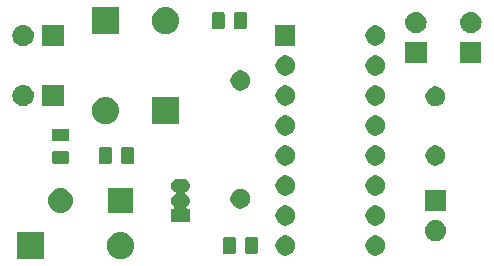
<source format=gbr>
G04 #@! TF.GenerationSoftware,KiCad,Pcbnew,6.0.0-rc1-unknown-7c960aa~66~ubuntu18.04.1*
G04 #@! TF.CreationDate,2018-10-18T20:47:30-04:00*
G04 #@! TF.ProjectId,Tach Circuit,5461636820436972637569742E6B6963,rev?*
G04 #@! TF.SameCoordinates,Original*
G04 #@! TF.FileFunction,Soldermask,Top*
G04 #@! TF.FilePolarity,Negative*
%FSLAX46Y46*%
G04 Gerber Fmt 4.6, Leading zero omitted, Abs format (unit mm)*
G04 Created by KiCad (PCBNEW 6.0.0-rc1-unknown-7c960aa~66~ubuntu18.04.1) date Thu 18 Oct 2018 08:47:30 PM EDT*
%MOMM*%
%LPD*%
G01*
G04 APERTURE LIST*
%ADD10C,0.100000*%
G04 APERTURE END LIST*
D10*
G36*
X134744180Y86234338D02*
X134845635Y86224346D01*
X135062600Y86158530D01*
X135062602Y86158529D01*
X135062605Y86158528D01*
X135262556Y86051653D01*
X135437818Y85907818D01*
X135581653Y85732556D01*
X135688528Y85532605D01*
X135688529Y85532602D01*
X135688530Y85532600D01*
X135754346Y85315635D01*
X135776569Y85090000D01*
X135754346Y84864365D01*
X135747492Y84841772D01*
X135688528Y84647395D01*
X135581653Y84447444D01*
X135437818Y84272182D01*
X135262556Y84128347D01*
X135062605Y84021472D01*
X135062602Y84021471D01*
X135062600Y84021470D01*
X134845635Y83955654D01*
X134744180Y83945662D01*
X134676545Y83939000D01*
X134563455Y83939000D01*
X134495820Y83945662D01*
X134394365Y83955654D01*
X134177400Y84021470D01*
X134177398Y84021471D01*
X134177395Y84021472D01*
X133977444Y84128347D01*
X133802182Y84272182D01*
X133658347Y84447444D01*
X133551472Y84647395D01*
X133492508Y84841772D01*
X133485654Y84864365D01*
X133463431Y85090000D01*
X133485654Y85315635D01*
X133551470Y85532600D01*
X133551471Y85532602D01*
X133551472Y85532605D01*
X133658347Y85732556D01*
X133802182Y85907818D01*
X133977444Y86051653D01*
X134177395Y86158528D01*
X134177398Y86158529D01*
X134177400Y86158530D01*
X134394365Y86224346D01*
X134495820Y86234338D01*
X134563455Y86241000D01*
X134676545Y86241000D01*
X134744180Y86234338D01*
X134744180Y86234338D01*
G37*
G36*
X128151000Y83939000D02*
X125849000Y83939000D01*
X125849000Y86241000D01*
X128151000Y86241000D01*
X128151000Y83939000D01*
X128151000Y83939000D01*
G37*
G36*
X156458228Y85908297D02*
X156613100Y85844147D01*
X156752481Y85751015D01*
X156871015Y85632481D01*
X156964147Y85493100D01*
X157028297Y85338228D01*
X157061000Y85173816D01*
X157061000Y85006184D01*
X157028297Y84841772D01*
X156964147Y84686900D01*
X156871015Y84547519D01*
X156752481Y84428985D01*
X156613100Y84335853D01*
X156458228Y84271703D01*
X156293816Y84239000D01*
X156126184Y84239000D01*
X155961772Y84271703D01*
X155806900Y84335853D01*
X155667519Y84428985D01*
X155548985Y84547519D01*
X155455853Y84686900D01*
X155391703Y84841772D01*
X155359000Y85006184D01*
X155359000Y85173816D01*
X155391703Y85338228D01*
X155455853Y85493100D01*
X155548985Y85632481D01*
X155667519Y85751015D01*
X155806900Y85844147D01*
X155961772Y85908297D01*
X156126184Y85941000D01*
X156293816Y85941000D01*
X156458228Y85908297D01*
X156458228Y85908297D01*
G37*
G36*
X148838228Y85908297D02*
X148993100Y85844147D01*
X149132481Y85751015D01*
X149251015Y85632481D01*
X149344147Y85493100D01*
X149408297Y85338228D01*
X149441000Y85173816D01*
X149441000Y85006184D01*
X149408297Y84841772D01*
X149344147Y84686900D01*
X149251015Y84547519D01*
X149132481Y84428985D01*
X148993100Y84335853D01*
X148838228Y84271703D01*
X148673816Y84239000D01*
X148506184Y84239000D01*
X148341772Y84271703D01*
X148186900Y84335853D01*
X148047519Y84428985D01*
X147928985Y84547519D01*
X147835853Y84686900D01*
X147771703Y84841772D01*
X147739000Y85006184D01*
X147739000Y85173816D01*
X147771703Y85338228D01*
X147835853Y85493100D01*
X147928985Y85632481D01*
X148047519Y85751015D01*
X148186900Y85844147D01*
X148341772Y85908297D01*
X148506184Y85941000D01*
X148673816Y85941000D01*
X148838228Y85908297D01*
X148838228Y85908297D01*
G37*
G36*
X144214466Y85836435D02*
X144253137Y85824704D01*
X144288779Y85805652D01*
X144320017Y85780017D01*
X144345652Y85748779D01*
X144364704Y85713137D01*
X144376435Y85674466D01*
X144381000Y85628112D01*
X144381000Y84551888D01*
X144376435Y84505534D01*
X144364704Y84466863D01*
X144345652Y84431221D01*
X144320017Y84399983D01*
X144288779Y84374348D01*
X144253137Y84355296D01*
X144214466Y84343565D01*
X144168112Y84339000D01*
X143516888Y84339000D01*
X143470534Y84343565D01*
X143431863Y84355296D01*
X143396221Y84374348D01*
X143364983Y84399983D01*
X143339348Y84431221D01*
X143320296Y84466863D01*
X143308565Y84505534D01*
X143304000Y84551888D01*
X143304000Y85628112D01*
X143308565Y85674466D01*
X143320296Y85713137D01*
X143339348Y85748779D01*
X143364983Y85780017D01*
X143396221Y85805652D01*
X143431863Y85824704D01*
X143470534Y85836435D01*
X143516888Y85841000D01*
X144168112Y85841000D01*
X144214466Y85836435D01*
X144214466Y85836435D01*
G37*
G36*
X146089466Y85836435D02*
X146128137Y85824704D01*
X146163779Y85805652D01*
X146195017Y85780017D01*
X146220652Y85748779D01*
X146239704Y85713137D01*
X146251435Y85674466D01*
X146256000Y85628112D01*
X146256000Y84551888D01*
X146251435Y84505534D01*
X146239704Y84466863D01*
X146220652Y84431221D01*
X146195017Y84399983D01*
X146163779Y84374348D01*
X146128137Y84355296D01*
X146089466Y84343565D01*
X146043112Y84339000D01*
X145391888Y84339000D01*
X145345534Y84343565D01*
X145306863Y84355296D01*
X145271221Y84374348D01*
X145239983Y84399983D01*
X145214348Y84431221D01*
X145195296Y84466863D01*
X145183565Y84505534D01*
X145179000Y84551888D01*
X145179000Y85628112D01*
X145183565Y85674466D01*
X145195296Y85713137D01*
X145214348Y85748779D01*
X145239983Y85780017D01*
X145271221Y85805652D01*
X145306863Y85824704D01*
X145345534Y85836435D01*
X145391888Y85841000D01*
X146043112Y85841000D01*
X146089466Y85836435D01*
X146089466Y85836435D01*
G37*
G36*
X161400442Y87254482D02*
X161466627Y87247963D01*
X161579853Y87213616D01*
X161636467Y87196443D01*
X161775087Y87122348D01*
X161792991Y87112778D01*
X161823769Y87087519D01*
X161930186Y87000186D01*
X162013448Y86898729D01*
X162042778Y86862991D01*
X162042779Y86862989D01*
X162126443Y86706467D01*
X162126443Y86706466D01*
X162177963Y86536627D01*
X162195359Y86360000D01*
X162177963Y86183373D01*
X162170426Y86158528D01*
X162126443Y86013533D01*
X162070192Y85908297D01*
X162042778Y85857009D01*
X162025893Y85836435D01*
X161930186Y85719814D01*
X161828729Y85636552D01*
X161792991Y85607222D01*
X161792989Y85607221D01*
X161636467Y85523557D01*
X161579853Y85506384D01*
X161466627Y85472037D01*
X161400442Y85465518D01*
X161334260Y85459000D01*
X161245740Y85459000D01*
X161179558Y85465518D01*
X161113373Y85472037D01*
X161000147Y85506384D01*
X160943533Y85523557D01*
X160787011Y85607221D01*
X160787009Y85607222D01*
X160751271Y85636552D01*
X160649814Y85719814D01*
X160554107Y85836435D01*
X160537222Y85857009D01*
X160509808Y85908297D01*
X160453557Y86013533D01*
X160409574Y86158528D01*
X160402037Y86183373D01*
X160384641Y86360000D01*
X160402037Y86536627D01*
X160453557Y86706466D01*
X160453557Y86706467D01*
X160537221Y86862989D01*
X160537222Y86862991D01*
X160566552Y86898729D01*
X160649814Y87000186D01*
X160756231Y87087519D01*
X160787009Y87112778D01*
X160804913Y87122348D01*
X160943533Y87196443D01*
X161000147Y87213616D01*
X161113373Y87247963D01*
X161179558Y87254482D01*
X161245740Y87261000D01*
X161334260Y87261000D01*
X161400442Y87254482D01*
X161400442Y87254482D01*
G37*
G36*
X148838228Y88448297D02*
X148993100Y88384147D01*
X149132481Y88291015D01*
X149251015Y88172481D01*
X149344147Y88033100D01*
X149408297Y87878228D01*
X149441000Y87713816D01*
X149441000Y87546184D01*
X149408297Y87381772D01*
X149344147Y87226900D01*
X149251015Y87087519D01*
X149132481Y86968985D01*
X148993100Y86875853D01*
X148838228Y86811703D01*
X148673816Y86779000D01*
X148506184Y86779000D01*
X148341772Y86811703D01*
X148186900Y86875853D01*
X148047519Y86968985D01*
X147928985Y87087519D01*
X147835853Y87226900D01*
X147771703Y87381772D01*
X147739000Y87546184D01*
X147739000Y87713816D01*
X147771703Y87878228D01*
X147835853Y88033100D01*
X147928985Y88172481D01*
X148047519Y88291015D01*
X148186900Y88384147D01*
X148341772Y88448297D01*
X148506184Y88481000D01*
X148673816Y88481000D01*
X148838228Y88448297D01*
X148838228Y88448297D01*
G37*
G36*
X156458228Y88448297D02*
X156613100Y88384147D01*
X156752481Y88291015D01*
X156871015Y88172481D01*
X156964147Y88033100D01*
X157028297Y87878228D01*
X157061000Y87713816D01*
X157061000Y87546184D01*
X157028297Y87381772D01*
X156964147Y87226900D01*
X156871015Y87087519D01*
X156752481Y86968985D01*
X156613100Y86875853D01*
X156458228Y86811703D01*
X156293816Y86779000D01*
X156126184Y86779000D01*
X155961772Y86811703D01*
X155806900Y86875853D01*
X155667519Y86968985D01*
X155548985Y87087519D01*
X155455853Y87226900D01*
X155391703Y87381772D01*
X155359000Y87546184D01*
X155359000Y87713816D01*
X155391703Y87878228D01*
X155455853Y88033100D01*
X155548985Y88172481D01*
X155667519Y88291015D01*
X155806900Y88384147D01*
X155961772Y88448297D01*
X156126184Y88481000D01*
X156293816Y88481000D01*
X156458228Y88448297D01*
X156458228Y88448297D01*
G37*
G36*
X140037916Y90737666D02*
X140146492Y90704729D01*
X140246557Y90651244D01*
X140334264Y90579264D01*
X140406244Y90491557D01*
X140459729Y90391492D01*
X140492666Y90282916D01*
X140503787Y90170000D01*
X140492666Y90057084D01*
X140459729Y89948508D01*
X140420810Y89875695D01*
X140406244Y89848443D01*
X140334264Y89760736D01*
X140246557Y89688756D01*
X140165143Y89645240D01*
X140144768Y89631627D01*
X140127441Y89614299D01*
X140113827Y89593925D01*
X140104450Y89571286D01*
X140099669Y89547253D01*
X140099669Y89522748D01*
X140104449Y89498715D01*
X140113827Y89476076D01*
X140127440Y89455701D01*
X140144768Y89438374D01*
X140165143Y89424760D01*
X140246557Y89381244D01*
X140334264Y89309264D01*
X140406244Y89221557D01*
X140459729Y89121492D01*
X140492666Y89012916D01*
X140503787Y88900000D01*
X140492666Y88787084D01*
X140459729Y88678508D01*
X140459726Y88678503D01*
X140406244Y88578443D01*
X140334264Y88490736D01*
X140257365Y88427626D01*
X140240038Y88410299D01*
X140226424Y88389924D01*
X140217046Y88367285D01*
X140212266Y88343252D01*
X140212266Y88318748D01*
X140217047Y88294714D01*
X140226424Y88272075D01*
X140240038Y88251701D01*
X140257365Y88234374D01*
X140277740Y88220760D01*
X140300379Y88211382D01*
X140336664Y88206000D01*
X140501000Y88206000D01*
X140501000Y87054000D01*
X138899000Y87054000D01*
X138899000Y88206000D01*
X139063336Y88206000D01*
X139087722Y88208402D01*
X139111171Y88215515D01*
X139132782Y88227066D01*
X139151724Y88242612D01*
X139167270Y88261554D01*
X139178821Y88283165D01*
X139185934Y88306614D01*
X139188336Y88331000D01*
X139185934Y88355386D01*
X139178821Y88378835D01*
X139167270Y88400446D01*
X139142635Y88427626D01*
X139065736Y88490736D01*
X138993756Y88578443D01*
X138940274Y88678503D01*
X138940271Y88678508D01*
X138907334Y88787084D01*
X138896213Y88900000D01*
X138907334Y89012916D01*
X138940271Y89121492D01*
X138993756Y89221557D01*
X139065736Y89309264D01*
X139153443Y89381244D01*
X139234857Y89424760D01*
X139255232Y89438373D01*
X139272559Y89455701D01*
X139286173Y89476075D01*
X139295550Y89498714D01*
X139300331Y89522747D01*
X139300331Y89547252D01*
X139295551Y89571285D01*
X139286173Y89593924D01*
X139272560Y89614299D01*
X139255232Y89631626D01*
X139234857Y89645240D01*
X139153443Y89688756D01*
X139065736Y89760736D01*
X138993756Y89848443D01*
X138979190Y89875695D01*
X138940271Y89948508D01*
X138907334Y90057084D01*
X138896213Y90170000D01*
X138907334Y90282916D01*
X138940271Y90391492D01*
X138993756Y90491557D01*
X139065736Y90579264D01*
X139153443Y90651244D01*
X139253508Y90704729D01*
X139362084Y90737666D01*
X139446702Y90746000D01*
X139953298Y90746000D01*
X140037916Y90737666D01*
X140037916Y90737666D01*
G37*
G36*
X129616932Y89948508D02*
X129746032Y89935793D01*
X129944146Y89875695D01*
X130126729Y89778103D01*
X130286765Y89646765D01*
X130418103Y89486729D01*
X130515695Y89304146D01*
X130575793Y89106032D01*
X130596085Y88900000D01*
X130575793Y88693968D01*
X130515695Y88495854D01*
X130418103Y88313271D01*
X130286765Y88153235D01*
X130126729Y88021897D01*
X129944146Y87924305D01*
X129746032Y87864207D01*
X129622510Y87852041D01*
X129591631Y87849000D01*
X129488369Y87849000D01*
X129457490Y87852041D01*
X129333968Y87864207D01*
X129135854Y87924305D01*
X128953271Y88021897D01*
X128793235Y88153235D01*
X128661897Y88313271D01*
X128564305Y88495854D01*
X128504207Y88693968D01*
X128483915Y88900000D01*
X128504207Y89106032D01*
X128564305Y89304146D01*
X128661897Y89486729D01*
X128793235Y89646765D01*
X128953271Y89778103D01*
X129135854Y89875695D01*
X129333968Y89935793D01*
X129463068Y89948508D01*
X129488369Y89951000D01*
X129591631Y89951000D01*
X129616932Y89948508D01*
X129616932Y89948508D01*
G37*
G36*
X135671000Y87849000D02*
X133569000Y87849000D01*
X133569000Y89951000D01*
X135671000Y89951000D01*
X135671000Y87849000D01*
X135671000Y87849000D01*
G37*
G36*
X162191000Y87999000D02*
X160389000Y87999000D01*
X160389000Y89801000D01*
X162191000Y89801000D01*
X162191000Y87999000D01*
X162191000Y87999000D01*
G37*
G36*
X145028228Y89878297D02*
X145183100Y89814147D01*
X145322481Y89721015D01*
X145441015Y89602481D01*
X145534147Y89463100D01*
X145598297Y89308228D01*
X145631000Y89143816D01*
X145631000Y88976184D01*
X145598297Y88811772D01*
X145534147Y88656900D01*
X145441015Y88517519D01*
X145322481Y88398985D01*
X145183100Y88305853D01*
X145028228Y88241703D01*
X144863816Y88209000D01*
X144696184Y88209000D01*
X144531772Y88241703D01*
X144376900Y88305853D01*
X144237519Y88398985D01*
X144118985Y88517519D01*
X144025853Y88656900D01*
X143961703Y88811772D01*
X143929000Y88976184D01*
X143929000Y89143816D01*
X143961703Y89308228D01*
X144025853Y89463100D01*
X144118985Y89602481D01*
X144237519Y89721015D01*
X144376900Y89814147D01*
X144531772Y89878297D01*
X144696184Y89911000D01*
X144863816Y89911000D01*
X145028228Y89878297D01*
X145028228Y89878297D01*
G37*
G36*
X156458228Y90988297D02*
X156613100Y90924147D01*
X156752481Y90831015D01*
X156871015Y90712481D01*
X156964147Y90573100D01*
X157028297Y90418228D01*
X157061000Y90253816D01*
X157061000Y90086184D01*
X157028297Y89921772D01*
X156964147Y89766900D01*
X156871015Y89627519D01*
X156752481Y89508985D01*
X156613100Y89415853D01*
X156458228Y89351703D01*
X156293816Y89319000D01*
X156126184Y89319000D01*
X155961772Y89351703D01*
X155806900Y89415853D01*
X155667519Y89508985D01*
X155548985Y89627519D01*
X155455853Y89766900D01*
X155391703Y89921772D01*
X155359000Y90086184D01*
X155359000Y90253816D01*
X155391703Y90418228D01*
X155455853Y90573100D01*
X155548985Y90712481D01*
X155667519Y90831015D01*
X155806900Y90924147D01*
X155961772Y90988297D01*
X156126184Y91021000D01*
X156293816Y91021000D01*
X156458228Y90988297D01*
X156458228Y90988297D01*
G37*
G36*
X148838228Y90988297D02*
X148993100Y90924147D01*
X149132481Y90831015D01*
X149251015Y90712481D01*
X149344147Y90573100D01*
X149408297Y90418228D01*
X149441000Y90253816D01*
X149441000Y90086184D01*
X149408297Y89921772D01*
X149344147Y89766900D01*
X149251015Y89627519D01*
X149132481Y89508985D01*
X148993100Y89415853D01*
X148838228Y89351703D01*
X148673816Y89319000D01*
X148506184Y89319000D01*
X148341772Y89351703D01*
X148186900Y89415853D01*
X148047519Y89508985D01*
X147928985Y89627519D01*
X147835853Y89766900D01*
X147771703Y89921772D01*
X147739000Y90086184D01*
X147739000Y90253816D01*
X147771703Y90418228D01*
X147835853Y90573100D01*
X147928985Y90712481D01*
X148047519Y90831015D01*
X148186900Y90924147D01*
X148341772Y90988297D01*
X148506184Y91021000D01*
X148673816Y91021000D01*
X148838228Y90988297D01*
X148838228Y90988297D01*
G37*
G36*
X161538228Y93528297D02*
X161693100Y93464147D01*
X161832481Y93371015D01*
X161951015Y93252481D01*
X162044147Y93113100D01*
X162108297Y92958228D01*
X162141000Y92793816D01*
X162141000Y92626184D01*
X162108297Y92461772D01*
X162044147Y92306900D01*
X161951015Y92167519D01*
X161832481Y92048985D01*
X161693100Y91955853D01*
X161538228Y91891703D01*
X161373816Y91859000D01*
X161206184Y91859000D01*
X161041772Y91891703D01*
X160886900Y91955853D01*
X160747519Y92048985D01*
X160628985Y92167519D01*
X160535853Y92306900D01*
X160471703Y92461772D01*
X160439000Y92626184D01*
X160439000Y92793816D01*
X160471703Y92958228D01*
X160535853Y93113100D01*
X160628985Y93252481D01*
X160747519Y93371015D01*
X160886900Y93464147D01*
X161041772Y93528297D01*
X161206184Y93561000D01*
X161373816Y93561000D01*
X161538228Y93528297D01*
X161538228Y93528297D01*
G37*
G36*
X148838228Y93528297D02*
X148993100Y93464147D01*
X149132481Y93371015D01*
X149251015Y93252481D01*
X149344147Y93113100D01*
X149408297Y92958228D01*
X149441000Y92793816D01*
X149441000Y92626184D01*
X149408297Y92461772D01*
X149344147Y92306900D01*
X149251015Y92167519D01*
X149132481Y92048985D01*
X148993100Y91955853D01*
X148838228Y91891703D01*
X148673816Y91859000D01*
X148506184Y91859000D01*
X148341772Y91891703D01*
X148186900Y91955853D01*
X148047519Y92048985D01*
X147928985Y92167519D01*
X147835853Y92306900D01*
X147771703Y92461772D01*
X147739000Y92626184D01*
X147739000Y92793816D01*
X147771703Y92958228D01*
X147835853Y93113100D01*
X147928985Y93252481D01*
X148047519Y93371015D01*
X148186900Y93464147D01*
X148341772Y93528297D01*
X148506184Y93561000D01*
X148673816Y93561000D01*
X148838228Y93528297D01*
X148838228Y93528297D01*
G37*
G36*
X156458228Y93528297D02*
X156613100Y93464147D01*
X156752481Y93371015D01*
X156871015Y93252481D01*
X156964147Y93113100D01*
X157028297Y92958228D01*
X157061000Y92793816D01*
X157061000Y92626184D01*
X157028297Y92461772D01*
X156964147Y92306900D01*
X156871015Y92167519D01*
X156752481Y92048985D01*
X156613100Y91955853D01*
X156458228Y91891703D01*
X156293816Y91859000D01*
X156126184Y91859000D01*
X155961772Y91891703D01*
X155806900Y91955853D01*
X155667519Y92048985D01*
X155548985Y92167519D01*
X155455853Y92306900D01*
X155391703Y92461772D01*
X155359000Y92626184D01*
X155359000Y92793816D01*
X155391703Y92958228D01*
X155455853Y93113100D01*
X155548985Y93252481D01*
X155667519Y93371015D01*
X155806900Y93464147D01*
X155961772Y93528297D01*
X156126184Y93561000D01*
X156293816Y93561000D01*
X156458228Y93528297D01*
X156458228Y93528297D01*
G37*
G36*
X135596966Y93456435D02*
X135635637Y93444704D01*
X135671279Y93425652D01*
X135702517Y93400017D01*
X135728152Y93368779D01*
X135747204Y93333137D01*
X135758935Y93294466D01*
X135763500Y93248112D01*
X135763500Y92171888D01*
X135758935Y92125534D01*
X135747204Y92086863D01*
X135728152Y92051221D01*
X135702517Y92019983D01*
X135671279Y91994348D01*
X135635637Y91975296D01*
X135596966Y91963565D01*
X135550612Y91959000D01*
X134899388Y91959000D01*
X134853034Y91963565D01*
X134814363Y91975296D01*
X134778721Y91994348D01*
X134747483Y92019983D01*
X134721848Y92051221D01*
X134702796Y92086863D01*
X134691065Y92125534D01*
X134686500Y92171888D01*
X134686500Y93248112D01*
X134691065Y93294466D01*
X134702796Y93333137D01*
X134721848Y93368779D01*
X134747483Y93400017D01*
X134778721Y93425652D01*
X134814363Y93444704D01*
X134853034Y93456435D01*
X134899388Y93461000D01*
X135550612Y93461000D01*
X135596966Y93456435D01*
X135596966Y93456435D01*
G37*
G36*
X133721966Y93456435D02*
X133760637Y93444704D01*
X133796279Y93425652D01*
X133827517Y93400017D01*
X133853152Y93368779D01*
X133872204Y93333137D01*
X133883935Y93294466D01*
X133888500Y93248112D01*
X133888500Y92171888D01*
X133883935Y92125534D01*
X133872204Y92086863D01*
X133853152Y92051221D01*
X133827517Y92019983D01*
X133796279Y91994348D01*
X133760637Y91975296D01*
X133721966Y91963565D01*
X133675612Y91959000D01*
X133024388Y91959000D01*
X132978034Y91963565D01*
X132939363Y91975296D01*
X132903721Y91994348D01*
X132872483Y92019983D01*
X132846848Y92051221D01*
X132827796Y92086863D01*
X132816065Y92125534D01*
X132811500Y92171888D01*
X132811500Y93248112D01*
X132816065Y93294466D01*
X132827796Y93333137D01*
X132846848Y93368779D01*
X132872483Y93400017D01*
X132903721Y93425652D01*
X132939363Y93444704D01*
X132978034Y93456435D01*
X133024388Y93461000D01*
X133675612Y93461000D01*
X133721966Y93456435D01*
X133721966Y93456435D01*
G37*
G36*
X130124466Y93096435D02*
X130163137Y93084704D01*
X130198779Y93065652D01*
X130230017Y93040017D01*
X130255652Y93008779D01*
X130274704Y92973137D01*
X130286435Y92934466D01*
X130291000Y92888112D01*
X130291000Y92236888D01*
X130286435Y92190534D01*
X130274704Y92151863D01*
X130255652Y92116221D01*
X130230017Y92084983D01*
X130198779Y92059348D01*
X130163137Y92040296D01*
X130124466Y92028565D01*
X130078112Y92024000D01*
X129001888Y92024000D01*
X128955534Y92028565D01*
X128916863Y92040296D01*
X128881221Y92059348D01*
X128849983Y92084983D01*
X128824348Y92116221D01*
X128805296Y92151863D01*
X128793565Y92190534D01*
X128789000Y92236888D01*
X128789000Y92888112D01*
X128793565Y92934466D01*
X128805296Y92973137D01*
X128824348Y93008779D01*
X128849983Y93040017D01*
X128881221Y93065652D01*
X128916863Y93084704D01*
X128955534Y93096435D01*
X129001888Y93101000D01*
X130078112Y93101000D01*
X130124466Y93096435D01*
X130124466Y93096435D01*
G37*
G36*
X130124466Y94971435D02*
X130163137Y94959704D01*
X130198779Y94940652D01*
X130230017Y94915017D01*
X130255652Y94883779D01*
X130274704Y94848137D01*
X130286435Y94809466D01*
X130291000Y94763112D01*
X130291000Y94111888D01*
X130286435Y94065534D01*
X130274704Y94026863D01*
X130255652Y93991221D01*
X130230017Y93959983D01*
X130198779Y93934348D01*
X130163137Y93915296D01*
X130124466Y93903565D01*
X130078112Y93899000D01*
X129001888Y93899000D01*
X128955534Y93903565D01*
X128916863Y93915296D01*
X128881221Y93934348D01*
X128849983Y93959983D01*
X128824348Y93991221D01*
X128805296Y94026863D01*
X128793565Y94065534D01*
X128789000Y94111888D01*
X128789000Y94763112D01*
X128793565Y94809466D01*
X128805296Y94848137D01*
X128824348Y94883779D01*
X128849983Y94915017D01*
X128881221Y94940652D01*
X128916863Y94959704D01*
X128955534Y94971435D01*
X129001888Y94976000D01*
X130078112Y94976000D01*
X130124466Y94971435D01*
X130124466Y94971435D01*
G37*
G36*
X156458228Y96068297D02*
X156613100Y96004147D01*
X156752481Y95911015D01*
X156871015Y95792481D01*
X156964147Y95653100D01*
X157028297Y95498228D01*
X157061000Y95333816D01*
X157061000Y95166184D01*
X157028297Y95001772D01*
X156964147Y94846900D01*
X156871015Y94707519D01*
X156752481Y94588985D01*
X156613100Y94495853D01*
X156458228Y94431703D01*
X156293816Y94399000D01*
X156126184Y94399000D01*
X155961772Y94431703D01*
X155806900Y94495853D01*
X155667519Y94588985D01*
X155548985Y94707519D01*
X155455853Y94846900D01*
X155391703Y95001772D01*
X155359000Y95166184D01*
X155359000Y95333816D01*
X155391703Y95498228D01*
X155455853Y95653100D01*
X155548985Y95792481D01*
X155667519Y95911015D01*
X155806900Y96004147D01*
X155961772Y96068297D01*
X156126184Y96101000D01*
X156293816Y96101000D01*
X156458228Y96068297D01*
X156458228Y96068297D01*
G37*
G36*
X148838228Y96068297D02*
X148993100Y96004147D01*
X149132481Y95911015D01*
X149251015Y95792481D01*
X149344147Y95653100D01*
X149408297Y95498228D01*
X149441000Y95333816D01*
X149441000Y95166184D01*
X149408297Y95001772D01*
X149344147Y94846900D01*
X149251015Y94707519D01*
X149132481Y94588985D01*
X148993100Y94495853D01*
X148838228Y94431703D01*
X148673816Y94399000D01*
X148506184Y94399000D01*
X148341772Y94431703D01*
X148186900Y94495853D01*
X148047519Y94588985D01*
X147928985Y94707519D01*
X147835853Y94846900D01*
X147771703Y95001772D01*
X147739000Y95166184D01*
X147739000Y95333816D01*
X147771703Y95498228D01*
X147835853Y95653100D01*
X147928985Y95792481D01*
X148047519Y95911015D01*
X148186900Y96004147D01*
X148341772Y96068297D01*
X148506184Y96101000D01*
X148673816Y96101000D01*
X148838228Y96068297D01*
X148838228Y96068297D01*
G37*
G36*
X139581000Y95369000D02*
X137279000Y95369000D01*
X137279000Y97671000D01*
X139581000Y97671000D01*
X139581000Y95369000D01*
X139581000Y95369000D01*
G37*
G36*
X133474180Y97664338D02*
X133575635Y97654346D01*
X133792600Y97588530D01*
X133792602Y97588529D01*
X133792605Y97588528D01*
X133992556Y97481653D01*
X134167818Y97337818D01*
X134311653Y97162556D01*
X134418528Y96962605D01*
X134418529Y96962602D01*
X134418530Y96962600D01*
X134484346Y96745635D01*
X134506569Y96520000D01*
X134484346Y96294365D01*
X134418530Y96077400D01*
X134418528Y96077395D01*
X134311653Y95877444D01*
X134167818Y95702182D01*
X133992556Y95558347D01*
X133792605Y95451472D01*
X133792602Y95451471D01*
X133792600Y95451470D01*
X133575635Y95385654D01*
X133474180Y95375662D01*
X133406545Y95369000D01*
X133293455Y95369000D01*
X133225820Y95375662D01*
X133124365Y95385654D01*
X132907400Y95451470D01*
X132907398Y95451471D01*
X132907395Y95451472D01*
X132707444Y95558347D01*
X132532182Y95702182D01*
X132388347Y95877444D01*
X132281472Y96077395D01*
X132281470Y96077400D01*
X132215654Y96294365D01*
X132193431Y96520000D01*
X132215654Y96745635D01*
X132281470Y96962600D01*
X132281471Y96962602D01*
X132281472Y96962605D01*
X132388347Y97162556D01*
X132532182Y97337818D01*
X132707444Y97481653D01*
X132907395Y97588528D01*
X132907398Y97588529D01*
X132907400Y97588530D01*
X133124365Y97654346D01*
X133225820Y97664338D01*
X133293455Y97671000D01*
X133406545Y97671000D01*
X133474180Y97664338D01*
X133474180Y97664338D01*
G37*
G36*
X161538228Y98528297D02*
X161693100Y98464147D01*
X161832481Y98371015D01*
X161951015Y98252481D01*
X162044147Y98113100D01*
X162108297Y97958228D01*
X162141000Y97793816D01*
X162141000Y97626184D01*
X162108297Y97461772D01*
X162044147Y97306900D01*
X161951015Y97167519D01*
X161832481Y97048985D01*
X161693100Y96955853D01*
X161538228Y96891703D01*
X161373816Y96859000D01*
X161206184Y96859000D01*
X161041772Y96891703D01*
X160886900Y96955853D01*
X160747519Y97048985D01*
X160628985Y97167519D01*
X160535853Y97306900D01*
X160471703Y97461772D01*
X160439000Y97626184D01*
X160439000Y97793816D01*
X160471703Y97958228D01*
X160535853Y98113100D01*
X160628985Y98252481D01*
X160747519Y98371015D01*
X160886900Y98464147D01*
X161041772Y98528297D01*
X161206184Y98561000D01*
X161373816Y98561000D01*
X161538228Y98528297D01*
X161538228Y98528297D01*
G37*
G36*
X129816061Y96889000D02*
X128014061Y96889000D01*
X128014061Y98691000D01*
X129816061Y98691000D01*
X129816061Y96889000D01*
X129816061Y96889000D01*
G37*
G36*
X126485503Y98684482D02*
X126551688Y98677963D01*
X126664914Y98643616D01*
X126721528Y98626443D01*
X126843961Y98561000D01*
X126878052Y98542778D01*
X126895697Y98528297D01*
X127015247Y98430186D01*
X127063807Y98371014D01*
X127127839Y98292991D01*
X127127840Y98292989D01*
X127211504Y98136467D01*
X127211504Y98136466D01*
X127263024Y97966627D01*
X127280420Y97790000D01*
X127263024Y97613373D01*
X127255487Y97588528D01*
X127211504Y97443533D01*
X127154997Y97337818D01*
X127127839Y97287009D01*
X127098509Y97251271D01*
X127015247Y97149814D01*
X126913790Y97066552D01*
X126878052Y97037222D01*
X126878050Y97037221D01*
X126721528Y96953557D01*
X126673539Y96939000D01*
X126551688Y96902037D01*
X126485503Y96895518D01*
X126419321Y96889000D01*
X126330801Y96889000D01*
X126264619Y96895518D01*
X126198434Y96902037D01*
X126076583Y96939000D01*
X126028594Y96953557D01*
X125872072Y97037221D01*
X125872070Y97037222D01*
X125836332Y97066552D01*
X125734875Y97149814D01*
X125651613Y97251271D01*
X125622283Y97287009D01*
X125595125Y97337818D01*
X125538618Y97443533D01*
X125494635Y97588528D01*
X125487098Y97613373D01*
X125469702Y97790000D01*
X125487098Y97966627D01*
X125538618Y98136466D01*
X125538618Y98136467D01*
X125622282Y98292989D01*
X125622283Y98292991D01*
X125686315Y98371014D01*
X125734875Y98430186D01*
X125854425Y98528297D01*
X125872070Y98542778D01*
X125906161Y98561000D01*
X126028594Y98626443D01*
X126085208Y98643616D01*
X126198434Y98677963D01*
X126264619Y98684482D01*
X126330801Y98691000D01*
X126419321Y98691000D01*
X126485503Y98684482D01*
X126485503Y98684482D01*
G37*
G36*
X148838228Y98608297D02*
X148993100Y98544147D01*
X149132481Y98451015D01*
X149251015Y98332481D01*
X149344147Y98193100D01*
X149408297Y98038228D01*
X149441000Y97873816D01*
X149441000Y97706184D01*
X149408297Y97541772D01*
X149344147Y97386900D01*
X149251015Y97247519D01*
X149132481Y97128985D01*
X148993100Y97035853D01*
X148838228Y96971703D01*
X148673816Y96939000D01*
X148506184Y96939000D01*
X148341772Y96971703D01*
X148186900Y97035853D01*
X148047519Y97128985D01*
X147928985Y97247519D01*
X147835853Y97386900D01*
X147771703Y97541772D01*
X147739000Y97706184D01*
X147739000Y97873816D01*
X147771703Y98038228D01*
X147835853Y98193100D01*
X147928985Y98332481D01*
X148047519Y98451015D01*
X148186900Y98544147D01*
X148341772Y98608297D01*
X148506184Y98641000D01*
X148673816Y98641000D01*
X148838228Y98608297D01*
X148838228Y98608297D01*
G37*
G36*
X156458228Y98608297D02*
X156613100Y98544147D01*
X156752481Y98451015D01*
X156871015Y98332481D01*
X156964147Y98193100D01*
X157028297Y98038228D01*
X157061000Y97873816D01*
X157061000Y97706184D01*
X157028297Y97541772D01*
X156964147Y97386900D01*
X156871015Y97247519D01*
X156752481Y97128985D01*
X156613100Y97035853D01*
X156458228Y96971703D01*
X156293816Y96939000D01*
X156126184Y96939000D01*
X155961772Y96971703D01*
X155806900Y97035853D01*
X155667519Y97128985D01*
X155548985Y97247519D01*
X155455853Y97386900D01*
X155391703Y97541772D01*
X155359000Y97706184D01*
X155359000Y97873816D01*
X155391703Y98038228D01*
X155455853Y98193100D01*
X155548985Y98332481D01*
X155667519Y98451015D01*
X155806900Y98544147D01*
X155961772Y98608297D01*
X156126184Y98641000D01*
X156293816Y98641000D01*
X156458228Y98608297D01*
X156458228Y98608297D01*
G37*
G36*
X145028228Y99878297D02*
X145183100Y99814147D01*
X145322481Y99721015D01*
X145441015Y99602481D01*
X145534147Y99463100D01*
X145598297Y99308228D01*
X145631000Y99143816D01*
X145631000Y98976184D01*
X145598297Y98811772D01*
X145534147Y98656900D01*
X145441015Y98517519D01*
X145322481Y98398985D01*
X145183100Y98305853D01*
X145028228Y98241703D01*
X144863816Y98209000D01*
X144696184Y98209000D01*
X144531772Y98241703D01*
X144376900Y98305853D01*
X144237519Y98398985D01*
X144118985Y98517519D01*
X144025853Y98656900D01*
X143961703Y98811772D01*
X143929000Y98976184D01*
X143929000Y99143816D01*
X143961703Y99308228D01*
X144025853Y99463100D01*
X144118985Y99602481D01*
X144237519Y99721015D01*
X144376900Y99814147D01*
X144531772Y99878297D01*
X144696184Y99911000D01*
X144863816Y99911000D01*
X145028228Y99878297D01*
X145028228Y99878297D01*
G37*
G36*
X156458228Y101148297D02*
X156613100Y101084147D01*
X156752481Y100991015D01*
X156871015Y100872481D01*
X156964147Y100733100D01*
X157028297Y100578228D01*
X157061000Y100413816D01*
X157061000Y100246184D01*
X157028297Y100081772D01*
X156964147Y99926900D01*
X156871015Y99787519D01*
X156752481Y99668985D01*
X156613100Y99575853D01*
X156458228Y99511703D01*
X156293816Y99479000D01*
X156126184Y99479000D01*
X155961772Y99511703D01*
X155806900Y99575853D01*
X155667519Y99668985D01*
X155548985Y99787519D01*
X155455853Y99926900D01*
X155391703Y100081772D01*
X155359000Y100246184D01*
X155359000Y100413816D01*
X155391703Y100578228D01*
X155455853Y100733100D01*
X155548985Y100872481D01*
X155667519Y100991015D01*
X155806900Y101084147D01*
X155961772Y101148297D01*
X156126184Y101181000D01*
X156293816Y101181000D01*
X156458228Y101148297D01*
X156458228Y101148297D01*
G37*
G36*
X148838228Y101148297D02*
X148993100Y101084147D01*
X149132481Y100991015D01*
X149251015Y100872481D01*
X149344147Y100733100D01*
X149408297Y100578228D01*
X149441000Y100413816D01*
X149441000Y100246184D01*
X149408297Y100081772D01*
X149344147Y99926900D01*
X149251015Y99787519D01*
X149132481Y99668985D01*
X148993100Y99575853D01*
X148838228Y99511703D01*
X148673816Y99479000D01*
X148506184Y99479000D01*
X148341772Y99511703D01*
X148186900Y99575853D01*
X148047519Y99668985D01*
X147928985Y99787519D01*
X147835853Y99926900D01*
X147771703Y100081772D01*
X147739000Y100246184D01*
X147739000Y100413816D01*
X147771703Y100578228D01*
X147835853Y100733100D01*
X147928985Y100872481D01*
X148047519Y100991015D01*
X148186900Y101084147D01*
X148341772Y101148297D01*
X148506184Y101181000D01*
X148673816Y101181000D01*
X148838228Y101148297D01*
X148838228Y101148297D01*
G37*
G36*
X165187385Y100532263D02*
X163385385Y100532263D01*
X163385385Y102334263D01*
X165187385Y102334263D01*
X165187385Y100532263D01*
X165187385Y100532263D01*
G37*
G36*
X160537385Y100532263D02*
X158735385Y100532263D01*
X158735385Y102334263D01*
X160537385Y102334263D01*
X160537385Y100532263D01*
X160537385Y100532263D01*
G37*
G36*
X129816061Y101969000D02*
X128014061Y101969000D01*
X128014061Y103771000D01*
X129816061Y103771000D01*
X129816061Y101969000D01*
X129816061Y101969000D01*
G37*
G36*
X126485504Y103764481D02*
X126551688Y103757963D01*
X126664914Y103723616D01*
X126721528Y103706443D01*
X126811689Y103658250D01*
X126878052Y103622778D01*
X126903506Y103601888D01*
X127015247Y103510186D01*
X127085691Y103424348D01*
X127127839Y103372991D01*
X127127840Y103372989D01*
X127211504Y103216467D01*
X127211504Y103216466D01*
X127263024Y103046627D01*
X127280420Y102870000D01*
X127263024Y102693373D01*
X127241304Y102621772D01*
X127211504Y102523533D01*
X127137409Y102384913D01*
X127127839Y102367009D01*
X127100965Y102334263D01*
X127015247Y102229814D01*
X126913790Y102146552D01*
X126878052Y102117222D01*
X126878050Y102117221D01*
X126721528Y102033557D01*
X126673539Y102019000D01*
X126551688Y101982037D01*
X126485503Y101975518D01*
X126419321Y101969000D01*
X126330801Y101969000D01*
X126264619Y101975518D01*
X126198434Y101982037D01*
X126076583Y102019000D01*
X126028594Y102033557D01*
X125872072Y102117221D01*
X125872070Y102117222D01*
X125836332Y102146552D01*
X125734875Y102229814D01*
X125649157Y102334263D01*
X125622283Y102367009D01*
X125612713Y102384913D01*
X125538618Y102523533D01*
X125508818Y102621772D01*
X125487098Y102693373D01*
X125469702Y102870000D01*
X125487098Y103046627D01*
X125538618Y103216466D01*
X125538618Y103216467D01*
X125622282Y103372989D01*
X125622283Y103372991D01*
X125664431Y103424348D01*
X125734875Y103510186D01*
X125846616Y103601888D01*
X125872070Y103622778D01*
X125938433Y103658250D01*
X126028594Y103706443D01*
X126085208Y103723616D01*
X126198434Y103757963D01*
X126264618Y103764481D01*
X126330801Y103771000D01*
X126419321Y103771000D01*
X126485504Y103764481D01*
X126485504Y103764481D01*
G37*
G36*
X156458228Y103688297D02*
X156613100Y103624147D01*
X156752481Y103531015D01*
X156871015Y103412481D01*
X156964147Y103273100D01*
X157028297Y103118228D01*
X157061000Y102953816D01*
X157061000Y102786184D01*
X157028297Y102621772D01*
X156964147Y102466900D01*
X156871015Y102327519D01*
X156752481Y102208985D01*
X156613100Y102115853D01*
X156458228Y102051703D01*
X156293816Y102019000D01*
X156126184Y102019000D01*
X155961772Y102051703D01*
X155806900Y102115853D01*
X155667519Y102208985D01*
X155548985Y102327519D01*
X155455853Y102466900D01*
X155391703Y102621772D01*
X155359000Y102786184D01*
X155359000Y102953816D01*
X155391703Y103118228D01*
X155455853Y103273100D01*
X155548985Y103412481D01*
X155667519Y103531015D01*
X155806900Y103624147D01*
X155961772Y103688297D01*
X156126184Y103721000D01*
X156293816Y103721000D01*
X156458228Y103688297D01*
X156458228Y103688297D01*
G37*
G36*
X149441000Y102019000D02*
X147739000Y102019000D01*
X147739000Y103721000D01*
X149441000Y103721000D01*
X149441000Y102019000D01*
X149441000Y102019000D01*
G37*
G36*
X138554180Y105284338D02*
X138655635Y105274346D01*
X138872600Y105208530D01*
X138872602Y105208529D01*
X138872605Y105208528D01*
X139072556Y105101653D01*
X139247818Y104957818D01*
X139391653Y104782556D01*
X139498528Y104582605D01*
X139498529Y104582602D01*
X139498530Y104582600D01*
X139564346Y104365635D01*
X139586569Y104140000D01*
X139564346Y103914365D01*
X139501273Y103706443D01*
X139498528Y103697395D01*
X139391653Y103497444D01*
X139247818Y103322182D01*
X139072556Y103178347D01*
X138872605Y103071472D01*
X138872602Y103071471D01*
X138872600Y103071470D01*
X138655635Y103005654D01*
X138554180Y102995662D01*
X138486545Y102989000D01*
X138373455Y102989000D01*
X138305820Y102995662D01*
X138204365Y103005654D01*
X137987400Y103071470D01*
X137987398Y103071471D01*
X137987395Y103071472D01*
X137787444Y103178347D01*
X137612182Y103322182D01*
X137468347Y103497444D01*
X137361472Y103697395D01*
X137358727Y103706443D01*
X137295654Y103914365D01*
X137273431Y104140000D01*
X137295654Y104365635D01*
X137361470Y104582600D01*
X137361471Y104582602D01*
X137361472Y104582605D01*
X137468347Y104782556D01*
X137612182Y104957818D01*
X137787444Y105101653D01*
X137987395Y105208528D01*
X137987398Y105208529D01*
X137987400Y105208530D01*
X138204365Y105274346D01*
X138305820Y105284338D01*
X138373455Y105291000D01*
X138486545Y105291000D01*
X138554180Y105284338D01*
X138554180Y105284338D01*
G37*
G36*
X134501000Y102989000D02*
X132199000Y102989000D01*
X132199000Y105291000D01*
X134501000Y105291000D01*
X134501000Y102989000D01*
X134501000Y102989000D01*
G37*
G36*
X159746828Y104867744D02*
X159813012Y104861226D01*
X159915894Y104830017D01*
X159982852Y104809706D01*
X160033645Y104782556D01*
X160139376Y104726041D01*
X160175114Y104696711D01*
X160276571Y104613449D01*
X160359833Y104511992D01*
X160389163Y104476254D01*
X160389164Y104476252D01*
X160472828Y104319730D01*
X160472828Y104319729D01*
X160524348Y104149890D01*
X160541744Y103973263D01*
X160524348Y103796636D01*
X160501404Y103721000D01*
X160472828Y103626796D01*
X160459514Y103601888D01*
X160389163Y103470272D01*
X160387184Y103467861D01*
X160276571Y103333077D01*
X160175114Y103249815D01*
X160139376Y103220485D01*
X160139374Y103220484D01*
X159982852Y103136820D01*
X159926238Y103119647D01*
X159813012Y103085300D01*
X159746828Y103078782D01*
X159680645Y103072263D01*
X159592125Y103072263D01*
X159525942Y103078782D01*
X159459758Y103085300D01*
X159346532Y103119647D01*
X159289918Y103136820D01*
X159133396Y103220484D01*
X159133394Y103220485D01*
X159097656Y103249815D01*
X158996199Y103333077D01*
X158885586Y103467861D01*
X158883607Y103470272D01*
X158813256Y103601888D01*
X158799942Y103626796D01*
X158771366Y103721000D01*
X158748422Y103796636D01*
X158731026Y103973263D01*
X158748422Y104149890D01*
X158799942Y104319729D01*
X158799942Y104319730D01*
X158883606Y104476252D01*
X158883607Y104476254D01*
X158912937Y104511992D01*
X158996199Y104613449D01*
X159097656Y104696711D01*
X159133394Y104726041D01*
X159239125Y104782556D01*
X159289918Y104809706D01*
X159356876Y104830017D01*
X159459758Y104861226D01*
X159525942Y104867744D01*
X159592125Y104874263D01*
X159680645Y104874263D01*
X159746828Y104867744D01*
X159746828Y104867744D01*
G37*
G36*
X164396828Y104867744D02*
X164463012Y104861226D01*
X164565894Y104830017D01*
X164632852Y104809706D01*
X164683645Y104782556D01*
X164789376Y104726041D01*
X164825114Y104696711D01*
X164926571Y104613449D01*
X165009833Y104511992D01*
X165039163Y104476254D01*
X165039164Y104476252D01*
X165122828Y104319730D01*
X165122828Y104319729D01*
X165174348Y104149890D01*
X165191744Y103973263D01*
X165174348Y103796636D01*
X165151404Y103721000D01*
X165122828Y103626796D01*
X165109514Y103601888D01*
X165039163Y103470272D01*
X165037184Y103467861D01*
X164926571Y103333077D01*
X164825114Y103249815D01*
X164789376Y103220485D01*
X164789374Y103220484D01*
X164632852Y103136820D01*
X164576238Y103119647D01*
X164463012Y103085300D01*
X164396828Y103078782D01*
X164330645Y103072263D01*
X164242125Y103072263D01*
X164175942Y103078782D01*
X164109758Y103085300D01*
X163996532Y103119647D01*
X163939918Y103136820D01*
X163783396Y103220484D01*
X163783394Y103220485D01*
X163747656Y103249815D01*
X163646199Y103333077D01*
X163535586Y103467861D01*
X163533607Y103470272D01*
X163463256Y103601888D01*
X163449942Y103626796D01*
X163421366Y103721000D01*
X163398422Y103796636D01*
X163381026Y103973263D01*
X163398422Y104149890D01*
X163449942Y104319729D01*
X163449942Y104319730D01*
X163533606Y104476252D01*
X163533607Y104476254D01*
X163562937Y104511992D01*
X163646199Y104613449D01*
X163747656Y104696711D01*
X163783394Y104726041D01*
X163889125Y104782556D01*
X163939918Y104809706D01*
X164006876Y104830017D01*
X164109758Y104861226D01*
X164175942Y104867744D01*
X164242125Y104874263D01*
X164330645Y104874263D01*
X164396828Y104867744D01*
X164396828Y104867744D01*
G37*
G36*
X145151966Y104886435D02*
X145190637Y104874704D01*
X145226279Y104855652D01*
X145257517Y104830017D01*
X145283152Y104798779D01*
X145302204Y104763137D01*
X145313935Y104724466D01*
X145318500Y104678112D01*
X145318500Y103601888D01*
X145313935Y103555534D01*
X145302204Y103516863D01*
X145283152Y103481221D01*
X145257517Y103449983D01*
X145226279Y103424348D01*
X145190637Y103405296D01*
X145151966Y103393565D01*
X145105612Y103389000D01*
X144454388Y103389000D01*
X144408034Y103393565D01*
X144369363Y103405296D01*
X144333721Y103424348D01*
X144302483Y103449983D01*
X144276848Y103481221D01*
X144257796Y103516863D01*
X144246065Y103555534D01*
X144241500Y103601888D01*
X144241500Y104678112D01*
X144246065Y104724466D01*
X144257796Y104763137D01*
X144276848Y104798779D01*
X144302483Y104830017D01*
X144333721Y104855652D01*
X144369363Y104874704D01*
X144408034Y104886435D01*
X144454388Y104891000D01*
X145105612Y104891000D01*
X145151966Y104886435D01*
X145151966Y104886435D01*
G37*
G36*
X143276966Y104886435D02*
X143315637Y104874704D01*
X143351279Y104855652D01*
X143382517Y104830017D01*
X143408152Y104798779D01*
X143427204Y104763137D01*
X143438935Y104724466D01*
X143443500Y104678112D01*
X143443500Y103601888D01*
X143438935Y103555534D01*
X143427204Y103516863D01*
X143408152Y103481221D01*
X143382517Y103449983D01*
X143351279Y103424348D01*
X143315637Y103405296D01*
X143276966Y103393565D01*
X143230612Y103389000D01*
X142579388Y103389000D01*
X142533034Y103393565D01*
X142494363Y103405296D01*
X142458721Y103424348D01*
X142427483Y103449983D01*
X142401848Y103481221D01*
X142382796Y103516863D01*
X142371065Y103555534D01*
X142366500Y103601888D01*
X142366500Y104678112D01*
X142371065Y104724466D01*
X142382796Y104763137D01*
X142401848Y104798779D01*
X142427483Y104830017D01*
X142458721Y104855652D01*
X142494363Y104874704D01*
X142533034Y104886435D01*
X142579388Y104891000D01*
X143230612Y104891000D01*
X143276966Y104886435D01*
X143276966Y104886435D01*
G37*
M02*

</source>
